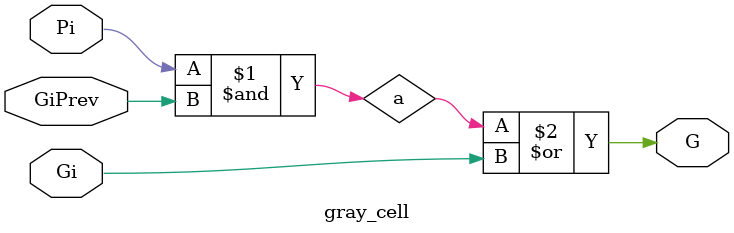
<source format=sv>
module gray_cell (
    output logic G,  // Output Generate signal
    input logic Gi,  // Generate signal of ith stage
    input logic Pi,  // Propagate signal of ith stage
    input logic GiPrev  // Generate signal of previous stage
);
  wire a;
  and (a, Pi, GiPrev);
  or  (G, a, Gi);
endmodule

</source>
